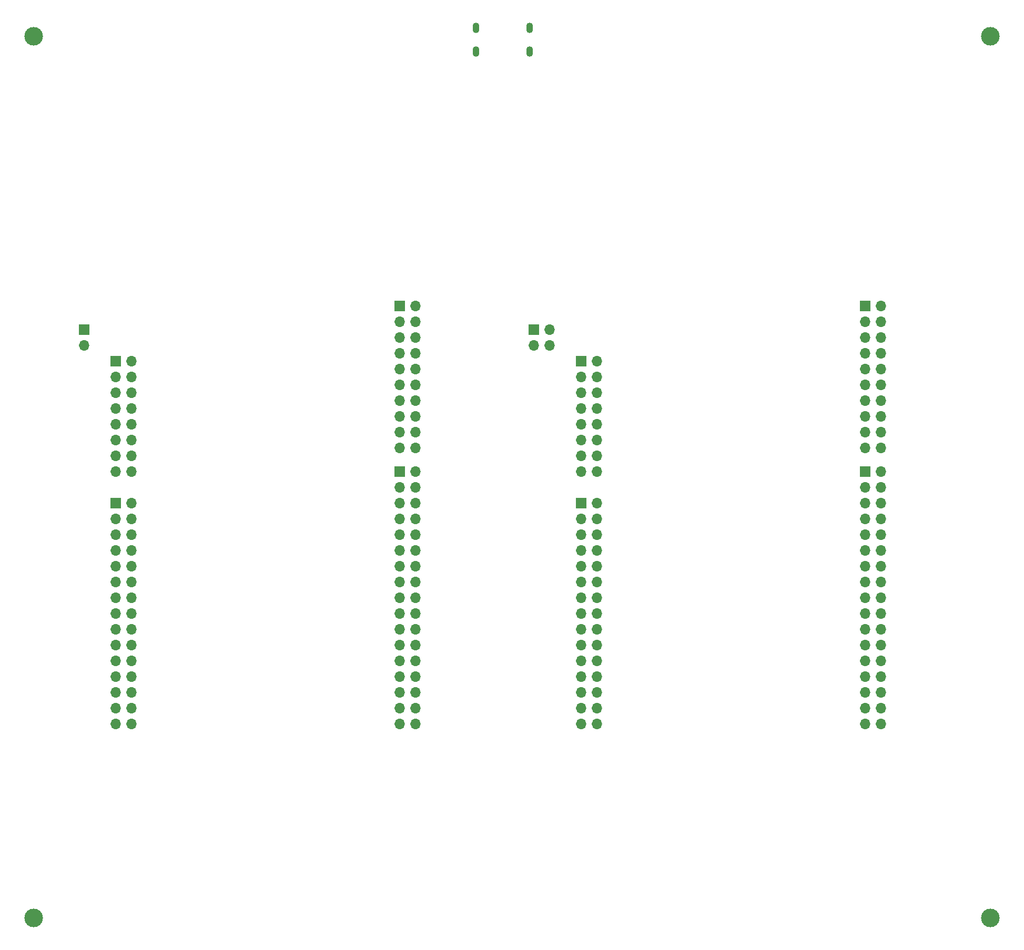
<source format=gbr>
%TF.GenerationSoftware,KiCad,Pcbnew,8.0.4*%
%TF.CreationDate,2025-07-31T13:43:54+02:00*%
%TF.ProjectId,integration_test_board,696e7465-6772-4617-9469-6f6e5f746573,rev?*%
%TF.SameCoordinates,PX1312d00PYaba9500*%
%TF.FileFunction,Soldermask,Bot*%
%TF.FilePolarity,Negative*%
%FSLAX46Y46*%
G04 Gerber Fmt 4.6, Leading zero omitted, Abs format (unit mm)*
G04 Created by KiCad (PCBNEW 8.0.4) date 2025-07-31 13:43:54*
%MOMM*%
%LPD*%
G01*
G04 APERTURE LIST*
%ADD10C,3.000000*%
%ADD11R,1.700000X1.700000*%
%ADD12O,1.700000X1.700000*%
%ADD13O,1.100000X1.700000*%
G04 APERTURE END LIST*
D10*
%TO.C,H4*%
X158000000Y4000000D03*
%TD*%
%TO.C,H3*%
X158000000Y146000000D03*
%TD*%
%TO.C,H2*%
X4000000Y4000000D03*
%TD*%
%TO.C,H1*%
X4000000Y146000000D03*
%TD*%
D11*
%TO.C,J10*%
X84470000Y98790000D03*
D12*
X87010000Y98790000D03*
X84470000Y96250000D03*
X87010000Y96250000D03*
%TD*%
D11*
%TO.C,J4*%
X137810000Y102600000D03*
D12*
X140350000Y102600000D03*
X137810000Y100060000D03*
X140350000Y100060000D03*
X137810000Y97520000D03*
X140350000Y97520000D03*
X137810000Y94980000D03*
X140350000Y94980000D03*
X137810000Y92440000D03*
X140350000Y92440000D03*
X137810000Y89900000D03*
X140350000Y89900000D03*
X137810000Y87360000D03*
X140350000Y87360000D03*
X137810000Y84820000D03*
X140350000Y84820000D03*
X137810000Y82280000D03*
X140350000Y82280000D03*
X137810000Y79740000D03*
X140350000Y79740000D03*
%TD*%
D11*
%TO.C,J8*%
X137810000Y75930000D03*
D12*
X140350000Y75930000D03*
X137810000Y73390000D03*
X140350000Y73390000D03*
X137810000Y70850000D03*
X140350000Y70850000D03*
X137810000Y68310000D03*
X140350000Y68310000D03*
X137810000Y65770000D03*
X140350000Y65770000D03*
X137810000Y63230000D03*
X140350000Y63230000D03*
X137810000Y60690000D03*
X140350000Y60690000D03*
X137810000Y58150000D03*
X140350000Y58150000D03*
X137810000Y55610000D03*
X140350000Y55610000D03*
X137810000Y53070000D03*
X140350000Y53070000D03*
X137810000Y50530000D03*
X140350000Y50530000D03*
X137810000Y47990000D03*
X140350000Y47990000D03*
X137810000Y45450000D03*
X140350000Y45450000D03*
X137810000Y42910000D03*
X140350000Y42910000D03*
X137810000Y40370000D03*
X140350000Y40370000D03*
X137810000Y37830000D03*
X140350000Y37830000D03*
X137810000Y35290000D03*
X140350000Y35290000D03*
%TD*%
D11*
%TO.C,J7*%
X62880000Y75930000D03*
D12*
X65420000Y75930000D03*
X62880000Y73390000D03*
X65420000Y73390000D03*
X62880000Y70850000D03*
X65420000Y70850000D03*
X62880000Y68310000D03*
X65420000Y68310000D03*
X62880000Y65770000D03*
X65420000Y65770000D03*
X62880000Y63230000D03*
X65420000Y63230000D03*
X62880000Y60690000D03*
X65420000Y60690000D03*
X62880000Y58150000D03*
X65420000Y58150000D03*
X62880000Y55610000D03*
X65420000Y55610000D03*
X62880000Y53070000D03*
X65420000Y53070000D03*
X62880000Y50530000D03*
X65420000Y50530000D03*
X62880000Y47990000D03*
X65420000Y47990000D03*
X62880000Y45450000D03*
X65420000Y45450000D03*
X62880000Y42910000D03*
X65420000Y42910000D03*
X62880000Y40370000D03*
X65420000Y40370000D03*
X62880000Y37830000D03*
X65420000Y37830000D03*
X62880000Y35290000D03*
X65420000Y35290000D03*
%TD*%
D11*
%TO.C,J6*%
X92090000Y70850000D03*
D12*
X94630000Y70850000D03*
X92090000Y68310000D03*
X94630000Y68310000D03*
X92090000Y65770000D03*
X94630000Y65770000D03*
X92090000Y63230000D03*
X94630000Y63230000D03*
X92090000Y60690000D03*
X94630000Y60690000D03*
X92090000Y58150000D03*
X94630000Y58150000D03*
X92090000Y55610000D03*
X94630000Y55610000D03*
X92090000Y53070000D03*
X94630000Y53070000D03*
X92090000Y50530000D03*
X94630000Y50530000D03*
X92090000Y47990000D03*
X94630000Y47990000D03*
X92090000Y45450000D03*
X94630000Y45450000D03*
X92090000Y42910000D03*
X94630000Y42910000D03*
X92090000Y40370000D03*
X94630000Y40370000D03*
X92090000Y37830000D03*
X94630000Y37830000D03*
X92090000Y35290000D03*
X94630000Y35290000D03*
%TD*%
D11*
%TO.C,J5*%
X17160000Y70850000D03*
D12*
X19700000Y70850000D03*
X17160000Y68310000D03*
X19700000Y68310000D03*
X17160000Y65770000D03*
X19700000Y65770000D03*
X17160000Y63230000D03*
X19700000Y63230000D03*
X17160000Y60690000D03*
X19700000Y60690000D03*
X17160000Y58150000D03*
X19700000Y58150000D03*
X17160000Y55610000D03*
X19700000Y55610000D03*
X17160000Y53070000D03*
X19700000Y53070000D03*
X17160000Y50530000D03*
X19700000Y50530000D03*
X17160000Y47990000D03*
X19700000Y47990000D03*
X17160000Y45450000D03*
X19700000Y45450000D03*
X17160000Y42910000D03*
X19700000Y42910000D03*
X17160000Y40370000D03*
X19700000Y40370000D03*
X17160000Y37830000D03*
X19700000Y37830000D03*
X17160000Y35290000D03*
X19700000Y35290000D03*
%TD*%
D13*
%TO.C,J11*%
X75197000Y147342000D03*
X75197000Y143542000D03*
X83837000Y147342000D03*
X83837000Y143542000D03*
%TD*%
D12*
%TO.C,J9*%
X12080000Y96250000D03*
D11*
X12080000Y98790000D03*
%TD*%
%TO.C,J2*%
X92090000Y93710000D03*
D12*
X94630000Y93710000D03*
X92090000Y91170000D03*
X94630000Y91170000D03*
X92090000Y88630000D03*
X94630000Y88630000D03*
X92090000Y86090000D03*
X94630000Y86090000D03*
X92090000Y83550000D03*
X94630000Y83550000D03*
X92090000Y81010000D03*
X94630000Y81010000D03*
X92090000Y78470000D03*
X94630000Y78470000D03*
X92090000Y75930000D03*
X94630000Y75930000D03*
%TD*%
D11*
%TO.C,J3*%
X62880000Y102600000D03*
D12*
X65420000Y102600000D03*
X62880000Y100060000D03*
X65420000Y100060000D03*
X62880000Y97520000D03*
X65420000Y97520000D03*
X62880000Y94980000D03*
X65420000Y94980000D03*
X62880000Y92440000D03*
X65420000Y92440000D03*
X62880000Y89900000D03*
X65420000Y89900000D03*
X62880000Y87360000D03*
X65420000Y87360000D03*
X62880000Y84820000D03*
X65420000Y84820000D03*
X62880000Y82280000D03*
X65420000Y82280000D03*
X62880000Y79740000D03*
X65420000Y79740000D03*
%TD*%
D11*
%TO.C,J1*%
X17160000Y93710000D03*
D12*
X19700000Y93710000D03*
X17160000Y91170000D03*
X19700000Y91170000D03*
X17160000Y88630000D03*
X19700000Y88630000D03*
X17160000Y86090000D03*
X19700000Y86090000D03*
X17160000Y83550000D03*
X19700000Y83550000D03*
X17160000Y81010000D03*
X19700000Y81010000D03*
X17160000Y78470000D03*
X19700000Y78470000D03*
X17160000Y75930000D03*
X19700000Y75930000D03*
%TD*%
M02*

</source>
